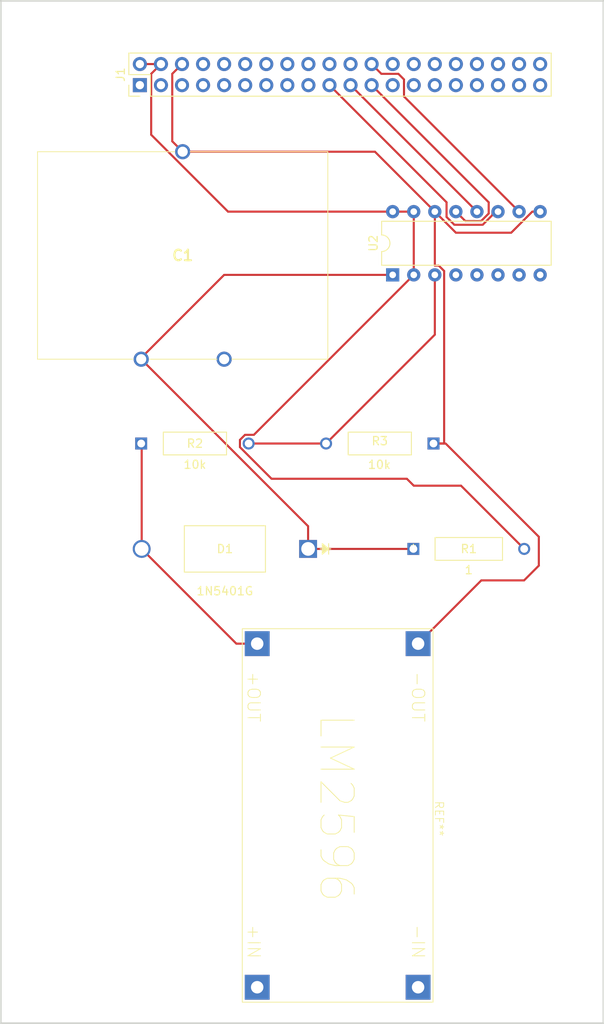
<source format=kicad_pcb>
(kicad_pcb (version 20221018) (generator pcbnew)
  (title_block (title "Solar Compute Migration Pi Hat") (date "2023-03-12") (rev "1") (company "Virginia Tech") (comment 1 "Authors: Alex Santiago-Anaya, Moses Zhou"))
  (layers (0 "F.Cu" signal) (31 "B.Cu" signal) (34 "B.Paste" user) (35 "F.Paste" user) (36 "B.SilkS" user "B.Silkscreen") (37 "F.SilkS" user "F.Silkscreen") (38 "B.Mask" user) (39 "F.Mask" user) (44 "Edge.Cuts" user))
  (net 0 "")
  (net 1 "Net-(D1-K)")
  (net 2 "GND")
  (net 3 "+6V")
  (net 5 "Net-(#FLG03-pwr)")
  (net 20 "Net-(J1-MOSI0{slash}GPIO10)")
  (net 22 "Net-(J1-MISO0{slash}GPIO9)")
  (net 24 "Net-(J1-SCLK0{slash}GPIO11)")
  (net 25 "Net-(J1-~{CE0}{slash}GPIO8)")
  (net 42 "Net-(U2-CH2)")
  (footprint "Resistors:CMF5510K000FKEB" (layer "F.Cu") (at 164.4166 79.26445 180)
    (fp_text reference "R3" (at 6.477 0.2988) (layer "F.SilkS"))
    (fp_text value "10k" (at 6.5302 -2.54895) (layer "F.SilkS"))
    (fp_line (start 2.667 -1.3716) (end 2.667 1.3716) (stroke (width 0.12)) (layer "F.SilkS"))
    (fp_line (start 2.667 1.3716) (end 10.287 1.3716) (stroke (width 0.12)) (layer "F.SilkS"))
    (fp_line (start 10.287 -1.3716) (end 2.667 -1.3716) (stroke (width 0.12)) (layer "F.SilkS"))
    (fp_line (start 10.287 1.3716) (end 10.287 -1.3716) (stroke (width 0.12)) (layer "F.SilkS"))
    (pad "1" thru_hole rect (at 0 0 180) (size 1.4478 1.4478) (drill 0.9398) (layers "*.Cu" "*.Mask") (net 2 "GND"))
    (pad "2" thru_hole circle (at 12.954 0 180) (size 1.4478 1.4478) (drill 0.9398) (layers "*.Cu" "*.Mask") (net 42 "Net-(U2-CH2)"))
  )
  (footprint "Capacitors:MAL219690112E3" (layer "F.Cu") (at 129.17555 69.10445)
    (fp_text reference "C1" (at 5 -12.5) (layer "F.SilkS") (effects (font (size 1.27 1.27) (thickness 0.254))))
    (fp_text value "C" hide)
    (fp_line (start -12.5 -25) (end 4.064 -25) (stroke (width 0.1)) (layer "F.SilkS"))
    (fp_line (start -12.5 0) (end -12.5 -25) (stroke (width 0.1)) (layer "F.SilkS"))
    (fp_line (start -1.016 0) (end -12.5 0) (stroke (width 0.1)) (layer "F.SilkS"))
    (fp_line (start 1.016 0) (end 9.144 0) (stroke (width 0.1)) (layer "F.SilkS"))
    (fp_line (start 5.8928 -25) (end 22.5 -25) (stroke (width 0.1)) (layer "F.SilkS"))
    (fp_line (start 22.5 -25) (end 22.5 0) (stroke (width 0.1)) (layer "F.SilkS"))
    (fp_line (start 22.5 0) (end 10.922 0) (stroke (width 0.1)) (layer "F.SilkS"))
    (pad "1" thru_hole circle (at 0 0) (size 1.83 1.83) (drill 1.22) (layers "*.Cu" "*.Mask") (net 1 "Net-(D1-K)"))
    (pad "2" thru_hole circle (at 5 -25) (size 1.83 1.83) (drill 1.22) (layers "*.Cu" "*.Mask") (net 2 "GND"))
    (pad "3" thru_hole circle (at 10 0) (size 1.83 1.83) (drill 1.22) (layers "*.Cu" "*.Mask"))
  )
  (footprint "Connector_PinHeader_2.54mm:PinHeader_2x20_P2.54mm_Vertical" (layer "F.Cu") (at 129.01555 36.08445 90)
    (fp_text reference "J1" (at 1.27 -2.33 90) (layer "F.SilkS"))
    (fp_text value "Raspberry_Pi_2_3")
    (fp_line (start -1.33 -1.33) (end 0 -1.33) (stroke (width 0.12)) (layer "F.SilkS"))
    (fp_line (start -1.33 0) (end -1.33 -1.33) (stroke (width 0.12)) (layer "F.SilkS"))
    (fp_line (start -1.33 1.27) (end -1.33 49.59) (stroke (width 0.12)) (layer "F.SilkS"))
    (fp_line (start -1.33 1.27) (end 1.27 1.27) (stroke (width 0.12)) (layer "F.SilkS"))
    (fp_line (start -1.33 49.59) (end 3.87 49.59) (stroke (width 0.12)) (layer "F.SilkS"))
    (fp_line (start 1.27 -1.33) (end 3.87 -1.33) (stroke (width 0.12)) (layer "F.SilkS"))
    (fp_line (start 1.27 1.27) (end 1.27 -1.33) (stroke (width 0.12)) (layer "F.SilkS"))
    (fp_line (start 3.87 -1.33) (end 3.87 49.59) (stroke (width 0.12)) (layer "F.SilkS"))
    (pad "1" thru_hole rect (at 0 0 90) (size 1.7 1.7) (drill 1) (layers "*.Cu" "*.Mask"))
    (pad "2" thru_hole oval (at 2.54 0 90) (size 1.7 1.7) (drill 1) (layers "*.Cu" "*.Mask") (net 5 "Net-(#FLG03-pwr)"))
    (pad "3" thru_hole oval (at 0 2.54 90) (size 1.7 1.7) (drill 1) (layers "*.Cu" "*.Mask"))
    (pad "4" thru_hole oval (at 2.54 2.54 90) (size 1.7 1.7) (drill 1) (layers "*.Cu" "*.Mask") (net 5 "Net-(#FLG03-pwr)"))
    (pad "5" thru_hole oval (at 0 5.08 90) (size 1.7 1.7) (drill 1) (layers "*.Cu" "*.Mask"))
    (pad "6" thru_hole oval (at 2.54 5.08 90) (size 1.7 1.7) (drill 1) (layers "*.Cu" "*.Mask") (net 2 "GND"))
    (pad "7" thru_hole oval (at 0 7.62 90) (size 1.7 1.7) (drill 1) (layers "*.Cu" "*.Mask"))
    (pad "8" thru_hole oval (at 2.54 7.62 90) (size 1.7 1.7) (drill 1) (layers "*.Cu" "*.Mask"))
    (pad "9" thru_hole oval (at 0 10.16 90) (size 1.7 1.7) (drill 1) (layers "*.Cu" "*.Mask"))
    (pad "10" thru_hole oval (at 2.54 10.16 90) (size 1.7 1.7) (drill 1) (layers "*.Cu" "*.Mask"))
    (pad "11" thru_hole oval (at 0 12.7 90) (size 1.7 1.7) (drill 1) (layers "*.Cu" "*.Mask"))
    (pad "12" thru_hole oval (at 2.54 12.7 90) (size 1.7 1.7) (drill 1) (layers "*.Cu" "*.Mask"))
    (pad "13" thru_hole oval (at 0 15.24 90) (size 1.7 1.7) (drill 1) (layers "*.Cu" "*.Mask"))
    (pad "14" thru_hole oval (at 2.54 15.24 90) (size 1.7 1.7) (drill 1) (layers "*.Cu" "*.Mask"))
    (pad "15" thru_hole oval (at 0 17.78 90) (size 1.7 1.7) (drill 1) (layers "*.Cu" "*.Mask"))
    (pad "16" thru_hole oval (at 2.54 17.78 90) (size 1.7 1.7) (drill 1) (layers "*.Cu" "*.Mask"))
    (pad "17" thru_hole oval (at 0 20.32 90) (size 1.7 1.7) (drill 1) (layers "*.Cu" "*.Mask"))
    (pad "18" thru_hole oval (at 2.54 20.32 90) (size 1.7 1.7) (drill 1) (layers "*.Cu" "*.Mask"))
    (pad "19" thru_hole oval (at 0 22.86 90) (size 1.7 1.7) (drill 1) (layers "*.Cu" "*.Mask") (net 20 "Net-(J1-MOSI0{slash}GPIO10)"))
    (pad "20" thru_hole oval (at 2.54 22.86 90) (size 1.7 1.7) (drill 1) (layers "*.Cu" "*.Mask"))
    (pad "21" thru_hole oval (at 0 25.4 90) (size 1.7 1.7) (drill 1) (layers "*.Cu" "*.Mask") (net 22 "Net-(J1-MISO0{slash}GPIO9)"))
    (pad "22" thru_hole oval (at 2.54 25.4 90) (size 1.7 1.7) (drill 1) (layers "*.Cu" "*.Mask"))
    (pad "23" thru_hole oval (at 0 27.94 90) (size 1.7 1.7) (drill 1) (layers "*.Cu" "*.Mask") (net 24 "Net-(J1-SCLK0{slash}GPIO11)"))
    (pad "24" thru_hole oval (at 2.54 27.94 90) (size 1.7 1.7) (drill 1) (layers "*.Cu" "*.Mask") (net 25 "Net-(J1-~{CE0}{slash}GPIO8)"))
    (pad "25" thru_hole oval (at 0 30.48 90) (size 1.7 1.7) (drill 1) (layers "*.Cu" "*.Mask"))
    (pad "26" thru_hole oval (at 2.54 30.48 90) (size 1.7 1.7) (drill 1) (layers "*.Cu" "*.Mask"))
    (pad "27" thru_hole oval (at 0 33.02 90) (size 1.7 1.7) (drill 1) (layers "*.Cu" "*.Mask"))
    (pad "28" thru_hole oval (at 2.54 33.02 90) (size 1.7 1.7) (drill 1) (layers "*.Cu" "*.Mask"))
    (pad "29" thru_hole oval (at 0 35.56 90) (size 1.7 1.7) (drill 1) (layers "*.Cu" "*.Mask"))
    (pad "30" thru_hole oval (at 2.54 35.56 90) (size 1.7 1.7) (drill 1) (layers "*.Cu" "*.Mask"))
    (pad "31" thru_hole oval (at 0 38.1 90) (size 1.7 1.7) (drill 1) (layers "*.Cu" "*.Mask"))
    (pad "32" thru_hole oval (at 2.54 38.1 90) (size 1.7 1.7) (drill 1) (layers "*.Cu" "*.Mask"))
    (pad "33" thru_hole oval (at 0 40.64 90) (size 1.7 1.7) (drill 1) (layers "*.Cu" "*.Mask"))
    (pad "34" thru_hole oval (at 2.54 40.64 90) (size 1.7 1.7) (drill 1) (layers "*.Cu" "*.Mask"))
    (pad "35" thru_hole oval (at 0 43.18 90) (size 1.7 1.7) (drill 1) (layers "*.Cu" "*.Mask"))
    (pad "36" thru_hole oval (at 2.54 43.18 90) (size 1.7 1.7) (drill 1) (layers "*.Cu" "*.Mask"))
    (pad "37" thru_hole oval (at 0 45.72 90) (size 1.7 1.7) (drill 1) (layers "*.Cu" "*.Mask"))
    (pad "38" thru_hole oval (at 2.54 45.72 90) (size 1.7 1.7) (drill 1) (layers "*.Cu" "*.Mask"))
    (pad "39" thru_hole oval (at 0 48.26 90) (size 1.7 1.7) (drill 1) (layers "*.Cu" "*.Mask"))
    (pad "40" thru_hole oval (at 2.54 48.26 90) (size 1.7 1.7) (drill 1) (layers "*.Cu" "*.Mask"))
  )
  (footprint "Resistors:CPF11R0000FKEE6" (layer "F.Cu") (at 161.9913 91.96445)
    (fp_text reference "R1" (at 6.6802 0) (layer "F.SilkS"))
    (fp_text value "1" (at 6.6802 2.54) (layer "F.SilkS"))
    (fp_text user "*" (at 0 0) (layer "F.SilkS"))
    (fp_line (start 2.6162 -1.3716) (end 2.6162 1.3716) (stroke (width 0.12)) (layer "F.SilkS"))
    (fp_line (start 2.6162 1.3716) (end 10.7442 1.3716) (stroke (width 0.12)) (layer "F.SilkS"))
    (fp_line (start 10.7442 -1.3716) (end 2.6162 -1.3716) (stroke (width 0.12)) (layer "F.SilkS"))
    (fp_line (start 10.7442 1.3716) (end 10.7442 -1.3716) (stroke (width 0.12)) (layer "F.SilkS"))
    (pad "1" thru_hole rect (at 0 0) (size 1.4478 1.4478) (drill 0.9398) (layers "*.Cu" "*.Mask") (net 1 "Net-(D1-K)"))
    (pad "2" thru_hole circle (at 13.3604 0) (size 1.4478 1.4478) (drill 0.9398) (layers "*.Cu" "*.Mask") (net 5 "Net-(#FLG03-pwr)"))
  )
  (footprint "Package_DIP:DIP-16_W7.62mm" (layer "F.Cu") (at 159.49555 58.94445 90)
    (fp_text reference "U2" (at 3.81 -2.33 90) (layer "F.SilkS"))
    (fp_text value "MCP3008")
    (fp_line (start 1.16 -1.33) (end 1.16 19.11) (stroke (width 0.12)) (layer "F.SilkS"))
    (fp_line (start 1.16 19.11) (end 6.46 19.11) (stroke (width 0.12)) (layer "F.SilkS"))
    (fp_line (start 2.81 -1.33) (end 1.16 -1.33) (stroke (width 0.12)) (layer "F.SilkS"))
    (fp_line (start 6.46 -1.33) (end 4.81 -1.33) (stroke (width 0.12)) (layer "F.SilkS"))
    (fp_line (start 6.46 19.11) (end 6.46 -1.33) (stroke (width 0.12)) (layer "F.SilkS"))
    (fp_arc (start 4.81 -1.33) (mid 3.81 -0.33) (end 2.81 -1.33) (stroke (width 0.12)) (layer "F.SilkS"))
    (pad "1" thru_hole rect (at 0 0 90) (size 1.6 1.6) (drill 0.8) (layers "*.Cu" "*.Mask") (net 1 "Net-(D1-K)"))
    (pad "2" thru_hole oval (at 0 2.54 90) (size 1.6 1.6) (drill 0.8) (layers "*.Cu" "*.Mask") (net 5 "Net-(#FLG03-pwr)"))
    (pad "3" thru_hole oval (at 0 5.08 90) (size 1.6 1.6) (drill 0.8) (layers "*.Cu" "*.Mask") (net 42 "Net-(U2-CH2)"))
    (pad "4" thru_hole oval (at 0 7.62 90) (size 1.6 1.6) (drill 0.8) (layers "*.Cu" "*.Mask"))
    (pad "5" thru_hole oval (at 0 10.16 90) (size 1.6 1.6) (drill 0.8) (layers "*.Cu" "*.Mask"))
    (pad "6" thru_hole oval (at 0 12.7 90) (size 1.6 1.6) (drill 0.8) (layers "*.Cu" "*.Mask"))
    (pad "7" thru_hole oval (at 0 15.24 90) (size 1.6 1.6) (drill 0.8) (layers "*.Cu" "*.Mask"))
    (pad "8" thru_hole oval (at 0 17.78 90) (size 1.6 1.6) (drill 0.8) (layers "*.Cu" "*.Mask"))
    (pad "9" thru_hole oval (at 7.62 17.78 90) (size 1.6 1.6) (drill 0.8) (layers "*.Cu" "*.Mask") (net 2 "GND"))
    (pad "10" thru_hole oval (at 7.62 15.24 90) (size 1.6 1.6) (drill 0.8) (layers "*.Cu" "*.Mask") (net 25 "Net-(J1-~{CE0}{slash}GPIO8)"))
    (pad "11" thru_hole oval (at 7.62 12.7 90) (size 1.6 1.6) (drill 0.8) (layers "*.Cu" "*.Mask") (net 20 "Net-(J1-MOSI0{slash}GPIO10)"))
    (pad "12" thru_hole oval (at 7.62 10.16 90) (size 1.6 1.6) (drill 0.8) (layers "*.Cu" "*.Mask") (net 22 "Net-(J1-MISO0{slash}GPIO9)"))
    (pad "13" thru_hole oval (at 7.62 7.62 90) (size 1.6 1.6) (drill 0.8) (layers "*.Cu" "*.Mask") (net 24 "Net-(J1-SCLK0{slash}GPIO11)"))
    (pad "14" thru_hole oval (at 7.62 5.08 90) (size 1.6 1.6) (drill 0.8) (layers "*.Cu" "*.Mask") (net 2 "GND"))
    (pad "15" thru_hole oval (at 7.62 2.54 90) (size 1.6 1.6) (drill 0.8) (layers "*.Cu" "*.Mask") (net 5 "Net-(#FLG03-pwr)"))
    (pad "16" thru_hole oval (at 7.62 0 90) (size 1.6 1.6) (drill 0.8) (layers "*.Cu" "*.Mask") (net 5 "Net-(#FLG03-pwr)"))
  )
  (footprint "LM2596:LM2596" (layer "F.Cu") (at 152.4 124.46 -90)
    (fp_text reference "REF**" (at 0 -12.7 -90 unlocked) (layer "F.SilkS") (effects (font (thickness 0.1))))
    (fp_text value "LM2596")
    (fp_text user "+OUT" (at -17.8 10.54 -90 unlocked) (layer "F.SilkS") (effects (font (size 1.5 1.5) (thickness 0.1)) (justify left bottom)))
    (fp_text user "LM2596" (at -12.88 2.04 -90 unlocked) (layer "F.SilkS") (effects (font (size 4 4) (thickness 0.1)) (justify left bottom)))
    (fp_text user "-OUT" (at -17.8 -9.28 -90 unlocked) (layer "F.SilkS") (effects (font (size 1.5 1.5) (thickness 0.1)) (justify left bottom)))
    (fp_text user "-IN" (at 12.68 -9.28 -90 unlocked) (layer "F.SilkS") (effects (font (size 1.5 1.5) (thickness 0.1)) (justify left bottom)))
    (fp_text user "+IN" (at 12.68 10.54 -90 unlocked) (layer "F.SilkS") (effects (font (size 1.5 1.5) (thickness 0.1)) (justify left bottom)))
    (fp_rect (start -22.88 11.04) (end 22.12 -11.96) (stroke (width 0.1)) (fill none) (layer "F.SilkS"))
    (pad "1" thru_hole rect (at -21.08 -10.16 270) (size 3 3) (drill 1.5) (layers "*.Cu" "*.Mask") (net 2 "GND"))
    (pad "2" thru_hole rect (at -21.08 9.24 270) (size 3 3) (drill 1.5) (layers "*.Cu" "*.Mask") (net 3 "+6V"))
    (pad "3" thru_hole rect (at 20.32 -10.16 270) (size 3 3) (drill 1.5) (layers "*.Cu" "*.Mask"))
    (pad "4" thru_hole rect (at 20.32 9.24 270) (size 3 3) (drill 1.5) (layers "*.Cu" "*.Mask"))
  )
  (footprint "Resistors:CMF5510K000FKEB" (layer "F.Cu") (at 129.1745 79.26445)
    (fp_text reference "R2" (at 6.477 0) (layer "F.SilkS"))
    (fp_text value "10k" (at 6.477 2.54) (layer "F.SilkS"))
    (fp_line (start 2.667 -1.3716) (end 2.667 1.3716) (stroke (width 0.12)) (layer "F.SilkS"))
    (fp_line (start 2.667 1.3716) (end 10.287 1.3716) (stroke (width 0.12)) (layer "F.SilkS"))
    (fp_line (start 10.287 -1.3716) (end 2.667 -1.3716) (stroke (width 0.12)) (layer "F.SilkS"))
    (fp_line (start 10.287 1.3716) (end 10.287 -1.3716) (stroke (width 0.12)) (layer "F.SilkS"))
    (pad "1" thru_hole rect (at 0 0) (size 1.4478 1.4478) (drill 0.9398) (layers "*.Cu" "*.Mask") (net 3 "+6V"))
    (pad "2" thru_hole circle (at 12.954 0) (size 1.4478 1.4478) (drill 0.9398) (layers "*.Cu" "*.Mask") (net 42 "Net-(U2-CH2)"))
  )
  (footprint "Diodes:1N5401G" (layer "F.Cu") (at 149.2988 91.96445 180)
    (fp_text reference "D1" (at 10.033 0) (layer "F.SilkS"))
    (fp_text value "1N5401G" (at 10.033 -5.08) (layer "F.SilkS"))
    (fp_text user "*" (at 0 0) (layer "F.SilkS"))
    (fp_line (start -2.4765 -0.635) (end -2.4765 0.635) (stroke (width 0.12)) (layer "F.SilkS"))
    (fp_line (start -2.4765 0) (end -1.7145 -0.635) (stroke (width 0.12)) (layer "F.SilkS"))
    (fp_line (start -2.4765 0) (end -1.7145 -0.508) (stroke (width 0.12)) (layer "F.SilkS"))
    (fp_line (start -2.4765 0) (end -1.7145 -0.381) (stroke (width 0.12)) (layer "F.SilkS"))
    (fp_line (start -2.4765 0) (end -1.7145 -0.254) (stroke (width 0.12)) (layer "F.SilkS"))
    (fp_line (start -2.4765 0) (end -1.7145 -0.127) (stroke (width 0.12)) (layer "F.SilkS"))
    (fp_line (start -2.4765 0) (end -1.7145 0.127) (stroke (width 0.12)) (layer "F.SilkS"))
    (fp_line (start -2.4765 0) (end -1.7145 0.254) (stroke (width 0.12)) (layer "F.SilkS"))
    (fp_line (start -2.4765 0) (end -1.7145 0.381) (stroke (width 0.12)) (layer "F.SilkS"))
    (fp_line (start -2.4765 0) (end -1.7145 0.508) (stroke (width 0.12)) (layer "F.SilkS"))
    (fp_line (start -2.4765 0) (end -1.7145 0.635) (stroke (width 0.12)) (layer "F.SilkS"))
    (fp_line (start -1.7145 -0.635) (end -1.7145 0.635) (stroke (width 0.12)) (layer "F.SilkS"))
    (fp_line (start -1.4605 0) (end -2.7305 0) (stroke (width 0.12)) (layer "F.SilkS"))
    (fp_line (start 5.1435 -2.794) (end 5.1435 2.794) (stroke (width 0.12)) (layer "F.SilkS"))
    (fp_line (start 5.1435 2.794) (end 14.9225 2.794) (stroke (width 0.12)) (layer "F.SilkS"))
    (fp_line (start 14.9225 -2.794) (end 5.1435 -2.794) (stroke (width 0.12)) (layer "F.SilkS"))
    (fp_line (start 14.9225 2.794) (end 14.9225 -2.794) (stroke (width 0.12)) (layer "F.SilkS"))
    (pad "1" thru_hole rect (at 0 0 180) (size 2.159 2.159) (drill 1.651) (layers "*.Cu" "*.Mask") (net 1 "Net-(D1-K)"))
    (pad "2" thru_hole circle (at 20.066 0 180) (size 2.159 2.159) (drill 1.651) (layers "*.Cu" "*.Mask") (net 3 "+6V"))
  )
  (gr_rect (start 112.25155 25.92445) (end 184.89555 149.11445) (stroke (width 0.2)) (fill none) (layer "Edge.Cuts"))
  (segment (start 149.2988 91.96445) (end 149.2988 89.2277) (width 0.25) (layer "F.Cu") (net 1))
  (segment (start 139.17555 58.94445) (end 159.49555 58.94445) (width 0.25) (layer "F.Cu") (net 1))
  (segment (start 161.9913 91.96445) (end 149.2988 91.96445) (width 0.25) (layer "F.Cu") (net 1))
  (segment (start 149.2988 89.2277) (end 129.17555 69.10445) (width 0.25) (layer "F.Cu") (net 1))
  (segment (start 129.17555 69.10445) (end 129.01555 69.10445) (width 0.25) (layer "F.Cu") (net 1))
  (segment (start 129.01555 69.10445) (end 139.17555 58.94445) (width 0.25) (layer "F.Cu") (net 1))
  (segment (start 177.1142 93.98) (end 177.1142 90.5002) (width 0.25) (layer "F.Cu") (net 2))
  (segment (start 162.56 103.38) (end 170.182 95.758) (width 0.25) (layer "F.Cu") (net 2))
  (segment (start 164.57555 57.81945) (end 165.041541 57.81945) (width 0.25) (layer "F.Cu") (net 2))
  (segment (start 132.92055 42.84945) (end 132.92055 34.71945) (width 0.25) (layer "F.Cu") (net 2))
  (segment (start 165.87845 79.26445) (end 164.4166 79.26445) (width 0.25) (layer "F.Cu") (net 2))
  (segment (start 134.17555 44.10445) (end 132.92055 42.84945) (width 0.25) (layer "F.Cu") (net 2))
  (segment (start 157.35555 44.10445) (end 164.57555 51.32445) (width 0.25) (layer "F.Cu") (net 2))
  (segment (start 165.70055 79.26445) (end 164.4166 79.26445) (width 0.25) (layer "F.Cu") (net 2))
  (segment (start 134.17555 44.10445) (end 157.35555 44.10445) (width 0.25) (layer "F.Cu") (net 2))
  (segment (start 176.326541 51.32445) (end 173.786541 53.86445) (width 0.25) (layer "F.Cu") (net 2))
  (segment (start 132.92055 34.71945) (end 134.09555 33.54445) (width 0.25) (layer "F.Cu") (net 2))
  (segment (start 173.786541 53.86445) (end 167.11555 53.86445) (width 0.25) (layer "F.Cu") (net 2))
  (segment (start 170.182 95.758) (end 175.3362 95.758) (width 0.25) (layer "F.Cu") (net 2))
  (segment (start 165.041541 57.81945) (end 165.70055 58.478459) (width 0.25) (layer "F.Cu") (net 2))
  (segment (start 167.11555 53.86445) (end 164.57555 51.32445) (width 0.25) (layer "F.Cu") (net 2))
  (segment (start 175.3362 95.758) (end 177.1142 93.98) (width 0.25) (layer "F.Cu") (net 2))
  (segment (start 165.70055 58.478459) (end 165.70055 79.26445) (width 0.25) (layer "F.Cu") (net 2))
  (segment (start 177.27555 51.32445) (end 176.326541 51.32445) (width 0.25) (layer "F.Cu") (net 2))
  (segment (start 177.1142 90.5002) (end 165.9382 79.3242) (width 0.25) (layer "F.Cu") (net 2))
  (segment (start 165.9382 79.3242) (end 165.87845 79.26445) (width 0) (layer "F.Cu") (net 2))
  (segment (start 164.57555 51.32445) (end 164.57555 57.81945) (width 0.25) (layer "F.Cu") (net 2))
  (segment (start 140.64835 103.38) (end 129.2328 91.96445) (width 0.25) (layer "F.Cu") (net 3))
  (segment (start 129.2328 91.96445) (end 129.2328 79.32275) (width 0.25) (layer "F.Cu") (net 3))
  (segment (start 129.2328 79.32275) (end 129.1745 79.26445) (width 0.25) (layer "F.Cu") (net 3))
  (segment (start 143.16 103.38) (end 140.64835 103.38) (width 0.25) (layer "F.Cu") (net 3))
  (segment (start 161.2016 83.5105) (end 144.891181 83.5105) (width 0.25) (layer "F.Cu") (net 5))
  (segment (start 142.76445 78.21555) (end 162.03555 58.94445) (width 0.25) (layer "F.Cu") (net 5))
  (segment (start 130.38055 42.063075) (end 130.38055 34.71945) (width 0.25) (layer "F.Cu") (net 5))
  (segment (start 141.694031 78.21555) (end 142.76445 78.21555) (width 0.25) (layer "F.Cu") (net 5))
  (segment (start 141.0796 78.829981) (end 141.694031 78.21555) (width 0.25) (layer "F.Cu") (net 5))
  (segment (start 162.03555 84.34445) (end 161.2016 83.5105) (width 0.25) (layer "F.Cu") (net 5))
  (segment (start 162.03555 58.94445) (end 162.03555 51.32445) (width 0.25) (layer "F.Cu") (net 5))
  (segment (start 139.641925 51.32445) (end 130.38055 42.063075) (width 0.25) (layer "F.Cu") (net 5))
  (segment (start 130.38055 34.71945) (end 131.55555 33.54445) (width 0.25) (layer "F.Cu") (net 5))
  (segment (start 141.0796 79.698919) (end 141.0796 78.829981) (width 0.25) (layer "F.Cu") (net 5))
  (segment (start 159.49555 51.32445) (end 139.641925 51.32445) (width 0.25) (layer "F.Cu") (net 5))
  (segment (start 175.3517 91.96445) (end 167.7317 84.34445) (width 0.25) (layer "F.Cu") (net 5))
  (segment (start 162.03555 51.32445) (end 159.49555 51.32445) (width 0.25) (layer "F.Cu") (net 5))
  (segment (start 144.891181 83.5105) (end 141.0796 79.698919) (width 0.25) (layer "F.Cu") (net 5))
  (segment (start 167.7317 84.34445) (end 162.03555 84.34445) (width 0.25) (layer "F.Cu") (net 5))
  (segment (start 131.55555 33.54445) (end 129.01555 33.54445) (width 0.25) (layer "F.Cu") (net 5))
  (segment (start 166.929154 52.90582) (end 165.99055 51.967216) (width 0.25) (layer "F.Cu") (net 20))
  (segment (start 170.350576 52.90582) (end 166.929154 52.90582) (width 0.25) (layer "F.Cu") (net 20))
  (segment (start 172.19555 51.32445) (end 171.52055 51.32445) (width 0.25) (layer "F.Cu") (net 20))
  (segment (start 171.52055 51.735846) (end 170.350576 52.90582) (width 0.25) (layer "F.Cu") (net 20))
  (segment (start 165.99055 51.967216) (end 165.99055 50.19945) (width 0.25) (layer "F.Cu") (net 20))
  (segment (start 165.99055 50.19945) (end 151.87555 36.08445) (width 0.25) (layer "F.Cu") (net 20))
  (segment (start 171.52055 51.32445) (end 171.52055 51.735846) (width 0.25) (layer "F.Cu") (net 20))
  (segment (start 169.65555 51.32445) (end 154.41555 36.08445) (width 0.25) (layer "F.Cu") (net 22))
  (segment (start 171.07055 51.54945) (end 171.07055 50.19945) (width 0.25) (layer "F.Cu") (net 24))
  (segment (start 170.16418 52.45582) (end 171.07055 51.54945) (width 0.25) (layer "F.Cu") (net 24))
  (segment (start 168.24692 52.45582) (end 170.16418 52.45582) (width 0.25) (layer "F.Cu") (net 24))
  (segment (start 167.11555 51.32445) (end 168.24692 52.45582) (width 0.25) (layer "F.Cu") (net 24))
  (segment (start 171.07055 50.19945) (end 156.95555 36.08445) (width 0.25) (layer "F.Cu") (net 24))
  (segment (start 160.86055 37.44945) (end 160.86055 35.396151) (width 0.25) (layer "F.Cu") (net 25))
  (segment (start 160.86055 35.396151) (end 160.183849 34.71945) (width 0.25) (layer "F.Cu") (net 25))
  (segment (start 158.13055 34.71945) (end 156.95555 33.54445) (width 0.25) (layer "F.Cu") (net 25))
  (segment (start 160.183849 34.71945) (end 158.13055 34.71945) (width 0.25) (layer "F.Cu") (net 25))
  (segment (start 174.73555 51.32445) (end 160.86055 37.44945) (width 0.25) (layer "F.Cu") (net 25))
  (segment (start 142.1285 79.26445) (end 151.4626 79.26445) (width 0.25) (layer "F.Cu") (net 42))
  (segment (start 164.57555 66.1515) (end 164.57555 58.94445) (width 0.25) (layer "F.Cu") (net 42))
  (segment (start 151.4626 79.26445) (end 164.57555 66.1515) (width 0.25) (layer "F.Cu") (net 42))
)
</source>
